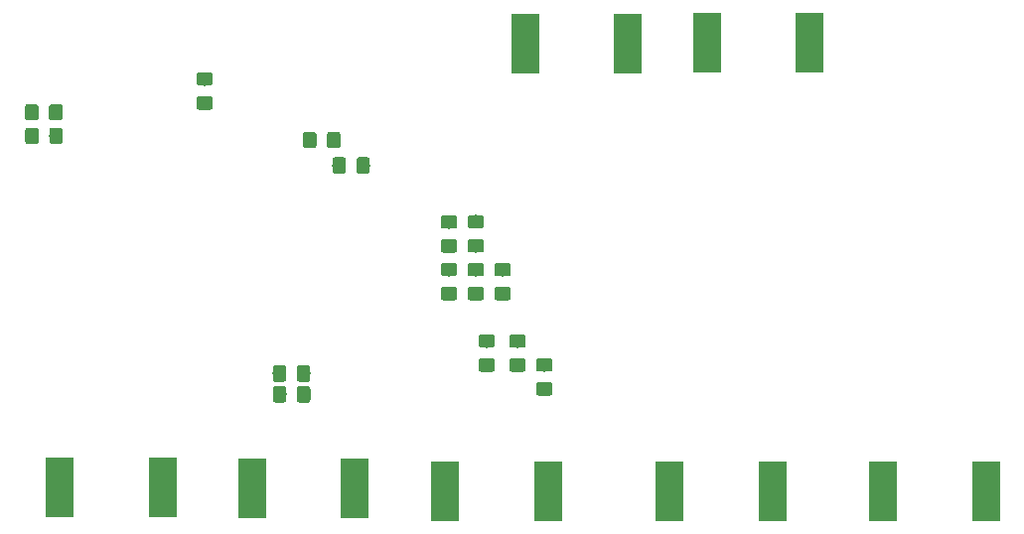
<source format=gbp>
G04 #@! TF.GenerationSoftware,KiCad,Pcbnew,(5.0.2)-1*
G04 #@! TF.CreationDate,2019-06-06T20:52:43-07:00*
G04 #@! TF.ProjectId,Complete PLL Board Rev5,436f6d70-6c65-4746-9520-504c4c20426f,rev?*
G04 #@! TF.SameCoordinates,Original*
G04 #@! TF.FileFunction,Paste,Bot*
G04 #@! TF.FilePolarity,Positive*
%FSLAX46Y46*%
G04 Gerber Fmt 4.6, Leading zero omitted, Abs format (unit mm)*
G04 Created by KiCad (PCBNEW (5.0.2)-1) date 6/6/2019 8:52:43 PM*
%MOMM*%
%LPD*%
G01*
G04 APERTURE LIST*
%ADD10R,2.420000X5.080000*%
%ADD11C,0.100000*%
%ADD12C,1.150000*%
G04 APERTURE END LIST*
D10*
G04 #@! TO.C,VCO_Out*
X101715800Y-118999000D03*
X110475800Y-118999000D03*
G04 #@! TD*
G04 #@! TO.C,VCO_Test*
X126858800Y-119126000D03*
X118098800Y-119126000D03*
G04 #@! TD*
G04 #@! TO.C,Ref_Osc*
X134558000Y-119380000D03*
X143318000Y-119380000D03*
G04 #@! TD*
G04 #@! TO.C,Test_CPo*
X141365200Y-81153000D03*
X150125200Y-81153000D03*
G04 #@! TD*
D11*
G04 #@! TO.C,C28*
G36*
X122837305Y-110400804D02*
X122861573Y-110404404D01*
X122885372Y-110410365D01*
X122908471Y-110418630D01*
X122930650Y-110429120D01*
X122951693Y-110441732D01*
X122971399Y-110456347D01*
X122989577Y-110472823D01*
X123006053Y-110491001D01*
X123020668Y-110510707D01*
X123033280Y-110531750D01*
X123043770Y-110553929D01*
X123052035Y-110577028D01*
X123057996Y-110600827D01*
X123061596Y-110625095D01*
X123062800Y-110649599D01*
X123062800Y-111549601D01*
X123061596Y-111574105D01*
X123057996Y-111598373D01*
X123052035Y-111622172D01*
X123043770Y-111645271D01*
X123033280Y-111667450D01*
X123020668Y-111688493D01*
X123006053Y-111708199D01*
X122989577Y-111726377D01*
X122971399Y-111742853D01*
X122951693Y-111757468D01*
X122930650Y-111770080D01*
X122908471Y-111780570D01*
X122885372Y-111788835D01*
X122861573Y-111794796D01*
X122837305Y-111798396D01*
X122812801Y-111799600D01*
X122162799Y-111799600D01*
X122138295Y-111798396D01*
X122114027Y-111794796D01*
X122090228Y-111788835D01*
X122067129Y-111780570D01*
X122044950Y-111770080D01*
X122023907Y-111757468D01*
X122004201Y-111742853D01*
X121986023Y-111726377D01*
X121969547Y-111708199D01*
X121954932Y-111688493D01*
X121942320Y-111667450D01*
X121931830Y-111645271D01*
X121923565Y-111622172D01*
X121917604Y-111598373D01*
X121914004Y-111574105D01*
X121912800Y-111549601D01*
X121912800Y-110649599D01*
X121914004Y-110625095D01*
X121917604Y-110600827D01*
X121923565Y-110577028D01*
X121931830Y-110553929D01*
X121942320Y-110531750D01*
X121954932Y-110510707D01*
X121969547Y-110491001D01*
X121986023Y-110472823D01*
X122004201Y-110456347D01*
X122023907Y-110441732D01*
X122044950Y-110429120D01*
X122067129Y-110418630D01*
X122090228Y-110410365D01*
X122114027Y-110404404D01*
X122138295Y-110400804D01*
X122162799Y-110399600D01*
X122812801Y-110399600D01*
X122837305Y-110400804D01*
X122837305Y-110400804D01*
G37*
D12*
X122487800Y-111099600D03*
D11*
G36*
X120787305Y-110400804D02*
X120811573Y-110404404D01*
X120835372Y-110410365D01*
X120858471Y-110418630D01*
X120880650Y-110429120D01*
X120901693Y-110441732D01*
X120921399Y-110456347D01*
X120939577Y-110472823D01*
X120956053Y-110491001D01*
X120970668Y-110510707D01*
X120983280Y-110531750D01*
X120993770Y-110553929D01*
X121002035Y-110577028D01*
X121007996Y-110600827D01*
X121011596Y-110625095D01*
X121012800Y-110649599D01*
X121012800Y-111549601D01*
X121011596Y-111574105D01*
X121007996Y-111598373D01*
X121002035Y-111622172D01*
X120993770Y-111645271D01*
X120983280Y-111667450D01*
X120970668Y-111688493D01*
X120956053Y-111708199D01*
X120939577Y-111726377D01*
X120921399Y-111742853D01*
X120901693Y-111757468D01*
X120880650Y-111770080D01*
X120858471Y-111780570D01*
X120835372Y-111788835D01*
X120811573Y-111794796D01*
X120787305Y-111798396D01*
X120762801Y-111799600D01*
X120112799Y-111799600D01*
X120088295Y-111798396D01*
X120064027Y-111794796D01*
X120040228Y-111788835D01*
X120017129Y-111780570D01*
X119994950Y-111770080D01*
X119973907Y-111757468D01*
X119954201Y-111742853D01*
X119936023Y-111726377D01*
X119919547Y-111708199D01*
X119904932Y-111688493D01*
X119892320Y-111667450D01*
X119881830Y-111645271D01*
X119873565Y-111622172D01*
X119867604Y-111598373D01*
X119864004Y-111574105D01*
X119862800Y-111549601D01*
X119862800Y-110649599D01*
X119864004Y-110625095D01*
X119867604Y-110600827D01*
X119873565Y-110577028D01*
X119881830Y-110553929D01*
X119892320Y-110531750D01*
X119904932Y-110510707D01*
X119919547Y-110491001D01*
X119936023Y-110472823D01*
X119954201Y-110456347D01*
X119973907Y-110441732D01*
X119994950Y-110429120D01*
X120017129Y-110418630D01*
X120040228Y-110410365D01*
X120064027Y-110404404D01*
X120088295Y-110400804D01*
X120112799Y-110399600D01*
X120762801Y-110399600D01*
X120787305Y-110400804D01*
X120787305Y-110400804D01*
G37*
D12*
X120437800Y-111099600D03*
G04 #@! TD*
D11*
G04 #@! TO.C,C29*
G36*
X120778305Y-108622804D02*
X120802573Y-108626404D01*
X120826372Y-108632365D01*
X120849471Y-108640630D01*
X120871650Y-108651120D01*
X120892693Y-108663732D01*
X120912399Y-108678347D01*
X120930577Y-108694823D01*
X120947053Y-108713001D01*
X120961668Y-108732707D01*
X120974280Y-108753750D01*
X120984770Y-108775929D01*
X120993035Y-108799028D01*
X120998996Y-108822827D01*
X121002596Y-108847095D01*
X121003800Y-108871599D01*
X121003800Y-109771601D01*
X121002596Y-109796105D01*
X120998996Y-109820373D01*
X120993035Y-109844172D01*
X120984770Y-109867271D01*
X120974280Y-109889450D01*
X120961668Y-109910493D01*
X120947053Y-109930199D01*
X120930577Y-109948377D01*
X120912399Y-109964853D01*
X120892693Y-109979468D01*
X120871650Y-109992080D01*
X120849471Y-110002570D01*
X120826372Y-110010835D01*
X120802573Y-110016796D01*
X120778305Y-110020396D01*
X120753801Y-110021600D01*
X120103799Y-110021600D01*
X120079295Y-110020396D01*
X120055027Y-110016796D01*
X120031228Y-110010835D01*
X120008129Y-110002570D01*
X119985950Y-109992080D01*
X119964907Y-109979468D01*
X119945201Y-109964853D01*
X119927023Y-109948377D01*
X119910547Y-109930199D01*
X119895932Y-109910493D01*
X119883320Y-109889450D01*
X119872830Y-109867271D01*
X119864565Y-109844172D01*
X119858604Y-109820373D01*
X119855004Y-109796105D01*
X119853800Y-109771601D01*
X119853800Y-108871599D01*
X119855004Y-108847095D01*
X119858604Y-108822827D01*
X119864565Y-108799028D01*
X119872830Y-108775929D01*
X119883320Y-108753750D01*
X119895932Y-108732707D01*
X119910547Y-108713001D01*
X119927023Y-108694823D01*
X119945201Y-108678347D01*
X119964907Y-108663732D01*
X119985950Y-108651120D01*
X120008129Y-108640630D01*
X120031228Y-108632365D01*
X120055027Y-108626404D01*
X120079295Y-108622804D01*
X120103799Y-108621600D01*
X120753801Y-108621600D01*
X120778305Y-108622804D01*
X120778305Y-108622804D01*
G37*
D12*
X120428800Y-109321600D03*
D11*
G36*
X122828305Y-108622804D02*
X122852573Y-108626404D01*
X122876372Y-108632365D01*
X122899471Y-108640630D01*
X122921650Y-108651120D01*
X122942693Y-108663732D01*
X122962399Y-108678347D01*
X122980577Y-108694823D01*
X122997053Y-108713001D01*
X123011668Y-108732707D01*
X123024280Y-108753750D01*
X123034770Y-108775929D01*
X123043035Y-108799028D01*
X123048996Y-108822827D01*
X123052596Y-108847095D01*
X123053800Y-108871599D01*
X123053800Y-109771601D01*
X123052596Y-109796105D01*
X123048996Y-109820373D01*
X123043035Y-109844172D01*
X123034770Y-109867271D01*
X123024280Y-109889450D01*
X123011668Y-109910493D01*
X122997053Y-109930199D01*
X122980577Y-109948377D01*
X122962399Y-109964853D01*
X122942693Y-109979468D01*
X122921650Y-109992080D01*
X122899471Y-110002570D01*
X122876372Y-110010835D01*
X122852573Y-110016796D01*
X122828305Y-110020396D01*
X122803801Y-110021600D01*
X122153799Y-110021600D01*
X122129295Y-110020396D01*
X122105027Y-110016796D01*
X122081228Y-110010835D01*
X122058129Y-110002570D01*
X122035950Y-109992080D01*
X122014907Y-109979468D01*
X121995201Y-109964853D01*
X121977023Y-109948377D01*
X121960547Y-109930199D01*
X121945932Y-109910493D01*
X121933320Y-109889450D01*
X121922830Y-109867271D01*
X121914565Y-109844172D01*
X121908604Y-109820373D01*
X121905004Y-109796105D01*
X121903800Y-109771601D01*
X121903800Y-108871599D01*
X121905004Y-108847095D01*
X121908604Y-108822827D01*
X121914565Y-108799028D01*
X121922830Y-108775929D01*
X121933320Y-108753750D01*
X121945932Y-108732707D01*
X121960547Y-108713001D01*
X121977023Y-108694823D01*
X121995201Y-108678347D01*
X122014907Y-108663732D01*
X122035950Y-108651120D01*
X122058129Y-108640630D01*
X122081228Y-108632365D01*
X122105027Y-108626404D01*
X122129295Y-108622804D01*
X122153799Y-108621600D01*
X122803801Y-108621600D01*
X122828305Y-108622804D01*
X122828305Y-108622804D01*
G37*
D12*
X122478800Y-109321600D03*
G04 #@! TD*
D11*
G04 #@! TO.C,C26*
G36*
X123349005Y-88696504D02*
X123373273Y-88700104D01*
X123397072Y-88706065D01*
X123420171Y-88714330D01*
X123442350Y-88724820D01*
X123463393Y-88737432D01*
X123483099Y-88752047D01*
X123501277Y-88768523D01*
X123517753Y-88786701D01*
X123532368Y-88806407D01*
X123544980Y-88827450D01*
X123555470Y-88849629D01*
X123563735Y-88872728D01*
X123569696Y-88896527D01*
X123573296Y-88920795D01*
X123574500Y-88945299D01*
X123574500Y-89845301D01*
X123573296Y-89869805D01*
X123569696Y-89894073D01*
X123563735Y-89917872D01*
X123555470Y-89940971D01*
X123544980Y-89963150D01*
X123532368Y-89984193D01*
X123517753Y-90003899D01*
X123501277Y-90022077D01*
X123483099Y-90038553D01*
X123463393Y-90053168D01*
X123442350Y-90065780D01*
X123420171Y-90076270D01*
X123397072Y-90084535D01*
X123373273Y-90090496D01*
X123349005Y-90094096D01*
X123324501Y-90095300D01*
X122674499Y-90095300D01*
X122649995Y-90094096D01*
X122625727Y-90090496D01*
X122601928Y-90084535D01*
X122578829Y-90076270D01*
X122556650Y-90065780D01*
X122535607Y-90053168D01*
X122515901Y-90038553D01*
X122497723Y-90022077D01*
X122481247Y-90003899D01*
X122466632Y-89984193D01*
X122454020Y-89963150D01*
X122443530Y-89940971D01*
X122435265Y-89917872D01*
X122429304Y-89894073D01*
X122425704Y-89869805D01*
X122424500Y-89845301D01*
X122424500Y-88945299D01*
X122425704Y-88920795D01*
X122429304Y-88896527D01*
X122435265Y-88872728D01*
X122443530Y-88849629D01*
X122454020Y-88827450D01*
X122466632Y-88806407D01*
X122481247Y-88786701D01*
X122497723Y-88768523D01*
X122515901Y-88752047D01*
X122535607Y-88737432D01*
X122556650Y-88724820D01*
X122578829Y-88714330D01*
X122601928Y-88706065D01*
X122625727Y-88700104D01*
X122649995Y-88696504D01*
X122674499Y-88695300D01*
X123324501Y-88695300D01*
X123349005Y-88696504D01*
X123349005Y-88696504D01*
G37*
D12*
X122999500Y-89395300D03*
D11*
G36*
X125399005Y-88696504D02*
X125423273Y-88700104D01*
X125447072Y-88706065D01*
X125470171Y-88714330D01*
X125492350Y-88724820D01*
X125513393Y-88737432D01*
X125533099Y-88752047D01*
X125551277Y-88768523D01*
X125567753Y-88786701D01*
X125582368Y-88806407D01*
X125594980Y-88827450D01*
X125605470Y-88849629D01*
X125613735Y-88872728D01*
X125619696Y-88896527D01*
X125623296Y-88920795D01*
X125624500Y-88945299D01*
X125624500Y-89845301D01*
X125623296Y-89869805D01*
X125619696Y-89894073D01*
X125613735Y-89917872D01*
X125605470Y-89940971D01*
X125594980Y-89963150D01*
X125582368Y-89984193D01*
X125567753Y-90003899D01*
X125551277Y-90022077D01*
X125533099Y-90038553D01*
X125513393Y-90053168D01*
X125492350Y-90065780D01*
X125470171Y-90076270D01*
X125447072Y-90084535D01*
X125423273Y-90090496D01*
X125399005Y-90094096D01*
X125374501Y-90095300D01*
X124724499Y-90095300D01*
X124699995Y-90094096D01*
X124675727Y-90090496D01*
X124651928Y-90084535D01*
X124628829Y-90076270D01*
X124606650Y-90065780D01*
X124585607Y-90053168D01*
X124565901Y-90038553D01*
X124547723Y-90022077D01*
X124531247Y-90003899D01*
X124516632Y-89984193D01*
X124504020Y-89963150D01*
X124493530Y-89940971D01*
X124485265Y-89917872D01*
X124479304Y-89894073D01*
X124475704Y-89869805D01*
X124474500Y-89845301D01*
X124474500Y-88945299D01*
X124475704Y-88920795D01*
X124479304Y-88896527D01*
X124485265Y-88872728D01*
X124493530Y-88849629D01*
X124504020Y-88827450D01*
X124516632Y-88806407D01*
X124531247Y-88786701D01*
X124547723Y-88768523D01*
X124565901Y-88752047D01*
X124585607Y-88737432D01*
X124606650Y-88724820D01*
X124628829Y-88714330D01*
X124651928Y-88706065D01*
X124675727Y-88700104D01*
X124699995Y-88696504D01*
X124724499Y-88695300D01*
X125374501Y-88695300D01*
X125399005Y-88696504D01*
X125399005Y-88696504D01*
G37*
D12*
X125049500Y-89395300D03*
G04 #@! TD*
D11*
G04 #@! TO.C,C25*
G36*
X99658205Y-86334304D02*
X99682473Y-86337904D01*
X99706272Y-86343865D01*
X99729371Y-86352130D01*
X99751550Y-86362620D01*
X99772593Y-86375232D01*
X99792299Y-86389847D01*
X99810477Y-86406323D01*
X99826953Y-86424501D01*
X99841568Y-86444207D01*
X99854180Y-86465250D01*
X99864670Y-86487429D01*
X99872935Y-86510528D01*
X99878896Y-86534327D01*
X99882496Y-86558595D01*
X99883700Y-86583099D01*
X99883700Y-87483101D01*
X99882496Y-87507605D01*
X99878896Y-87531873D01*
X99872935Y-87555672D01*
X99864670Y-87578771D01*
X99854180Y-87600950D01*
X99841568Y-87621993D01*
X99826953Y-87641699D01*
X99810477Y-87659877D01*
X99792299Y-87676353D01*
X99772593Y-87690968D01*
X99751550Y-87703580D01*
X99729371Y-87714070D01*
X99706272Y-87722335D01*
X99682473Y-87728296D01*
X99658205Y-87731896D01*
X99633701Y-87733100D01*
X98983699Y-87733100D01*
X98959195Y-87731896D01*
X98934927Y-87728296D01*
X98911128Y-87722335D01*
X98888029Y-87714070D01*
X98865850Y-87703580D01*
X98844807Y-87690968D01*
X98825101Y-87676353D01*
X98806923Y-87659877D01*
X98790447Y-87641699D01*
X98775832Y-87621993D01*
X98763220Y-87600950D01*
X98752730Y-87578771D01*
X98744465Y-87555672D01*
X98738504Y-87531873D01*
X98734904Y-87507605D01*
X98733700Y-87483101D01*
X98733700Y-86583099D01*
X98734904Y-86558595D01*
X98738504Y-86534327D01*
X98744465Y-86510528D01*
X98752730Y-86487429D01*
X98763220Y-86465250D01*
X98775832Y-86444207D01*
X98790447Y-86424501D01*
X98806923Y-86406323D01*
X98825101Y-86389847D01*
X98844807Y-86375232D01*
X98865850Y-86362620D01*
X98888029Y-86352130D01*
X98911128Y-86343865D01*
X98934927Y-86337904D01*
X98959195Y-86334304D01*
X98983699Y-86333100D01*
X99633701Y-86333100D01*
X99658205Y-86334304D01*
X99658205Y-86334304D01*
G37*
D12*
X99308700Y-87033100D03*
D11*
G36*
X101708205Y-86334304D02*
X101732473Y-86337904D01*
X101756272Y-86343865D01*
X101779371Y-86352130D01*
X101801550Y-86362620D01*
X101822593Y-86375232D01*
X101842299Y-86389847D01*
X101860477Y-86406323D01*
X101876953Y-86424501D01*
X101891568Y-86444207D01*
X101904180Y-86465250D01*
X101914670Y-86487429D01*
X101922935Y-86510528D01*
X101928896Y-86534327D01*
X101932496Y-86558595D01*
X101933700Y-86583099D01*
X101933700Y-87483101D01*
X101932496Y-87507605D01*
X101928896Y-87531873D01*
X101922935Y-87555672D01*
X101914670Y-87578771D01*
X101904180Y-87600950D01*
X101891568Y-87621993D01*
X101876953Y-87641699D01*
X101860477Y-87659877D01*
X101842299Y-87676353D01*
X101822593Y-87690968D01*
X101801550Y-87703580D01*
X101779371Y-87714070D01*
X101756272Y-87722335D01*
X101732473Y-87728296D01*
X101708205Y-87731896D01*
X101683701Y-87733100D01*
X101033699Y-87733100D01*
X101009195Y-87731896D01*
X100984927Y-87728296D01*
X100961128Y-87722335D01*
X100938029Y-87714070D01*
X100915850Y-87703580D01*
X100894807Y-87690968D01*
X100875101Y-87676353D01*
X100856923Y-87659877D01*
X100840447Y-87641699D01*
X100825832Y-87621993D01*
X100813220Y-87600950D01*
X100802730Y-87578771D01*
X100794465Y-87555672D01*
X100788504Y-87531873D01*
X100784904Y-87507605D01*
X100783700Y-87483101D01*
X100783700Y-86583099D01*
X100784904Y-86558595D01*
X100788504Y-86534327D01*
X100794465Y-86510528D01*
X100802730Y-86487429D01*
X100813220Y-86465250D01*
X100825832Y-86444207D01*
X100840447Y-86424501D01*
X100856923Y-86406323D01*
X100875101Y-86389847D01*
X100894807Y-86375232D01*
X100915850Y-86362620D01*
X100938029Y-86352130D01*
X100961128Y-86343865D01*
X100984927Y-86337904D01*
X101009195Y-86334304D01*
X101033699Y-86333100D01*
X101683701Y-86333100D01*
X101708205Y-86334304D01*
X101708205Y-86334304D01*
G37*
D12*
X101358700Y-87033100D03*
G04 #@! TD*
D11*
G04 #@! TO.C,C24*
G36*
X135348505Y-95819204D02*
X135372773Y-95822804D01*
X135396572Y-95828765D01*
X135419671Y-95837030D01*
X135441850Y-95847520D01*
X135462893Y-95860132D01*
X135482599Y-95874747D01*
X135500777Y-95891223D01*
X135517253Y-95909401D01*
X135531868Y-95929107D01*
X135544480Y-95950150D01*
X135554970Y-95972329D01*
X135563235Y-95995428D01*
X135569196Y-96019227D01*
X135572796Y-96043495D01*
X135574000Y-96067999D01*
X135574000Y-96718001D01*
X135572796Y-96742505D01*
X135569196Y-96766773D01*
X135563235Y-96790572D01*
X135554970Y-96813671D01*
X135544480Y-96835850D01*
X135531868Y-96856893D01*
X135517253Y-96876599D01*
X135500777Y-96894777D01*
X135482599Y-96911253D01*
X135462893Y-96925868D01*
X135441850Y-96938480D01*
X135419671Y-96948970D01*
X135396572Y-96957235D01*
X135372773Y-96963196D01*
X135348505Y-96966796D01*
X135324001Y-96968000D01*
X134423999Y-96968000D01*
X134399495Y-96966796D01*
X134375227Y-96963196D01*
X134351428Y-96957235D01*
X134328329Y-96948970D01*
X134306150Y-96938480D01*
X134285107Y-96925868D01*
X134265401Y-96911253D01*
X134247223Y-96894777D01*
X134230747Y-96876599D01*
X134216132Y-96856893D01*
X134203520Y-96835850D01*
X134193030Y-96813671D01*
X134184765Y-96790572D01*
X134178804Y-96766773D01*
X134175204Y-96742505D01*
X134174000Y-96718001D01*
X134174000Y-96067999D01*
X134175204Y-96043495D01*
X134178804Y-96019227D01*
X134184765Y-95995428D01*
X134193030Y-95972329D01*
X134203520Y-95950150D01*
X134216132Y-95929107D01*
X134230747Y-95909401D01*
X134247223Y-95891223D01*
X134265401Y-95874747D01*
X134285107Y-95860132D01*
X134306150Y-95847520D01*
X134328329Y-95837030D01*
X134351428Y-95828765D01*
X134375227Y-95822804D01*
X134399495Y-95819204D01*
X134423999Y-95818000D01*
X135324001Y-95818000D01*
X135348505Y-95819204D01*
X135348505Y-95819204D01*
G37*
D12*
X134874000Y-96393000D03*
D11*
G36*
X135348505Y-97869204D02*
X135372773Y-97872804D01*
X135396572Y-97878765D01*
X135419671Y-97887030D01*
X135441850Y-97897520D01*
X135462893Y-97910132D01*
X135482599Y-97924747D01*
X135500777Y-97941223D01*
X135517253Y-97959401D01*
X135531868Y-97979107D01*
X135544480Y-98000150D01*
X135554970Y-98022329D01*
X135563235Y-98045428D01*
X135569196Y-98069227D01*
X135572796Y-98093495D01*
X135574000Y-98117999D01*
X135574000Y-98768001D01*
X135572796Y-98792505D01*
X135569196Y-98816773D01*
X135563235Y-98840572D01*
X135554970Y-98863671D01*
X135544480Y-98885850D01*
X135531868Y-98906893D01*
X135517253Y-98926599D01*
X135500777Y-98944777D01*
X135482599Y-98961253D01*
X135462893Y-98975868D01*
X135441850Y-98988480D01*
X135419671Y-98998970D01*
X135396572Y-99007235D01*
X135372773Y-99013196D01*
X135348505Y-99016796D01*
X135324001Y-99018000D01*
X134423999Y-99018000D01*
X134399495Y-99016796D01*
X134375227Y-99013196D01*
X134351428Y-99007235D01*
X134328329Y-98998970D01*
X134306150Y-98988480D01*
X134285107Y-98975868D01*
X134265401Y-98961253D01*
X134247223Y-98944777D01*
X134230747Y-98926599D01*
X134216132Y-98906893D01*
X134203520Y-98885850D01*
X134193030Y-98863671D01*
X134184765Y-98840572D01*
X134178804Y-98816773D01*
X134175204Y-98792505D01*
X134174000Y-98768001D01*
X134174000Y-98117999D01*
X134175204Y-98093495D01*
X134178804Y-98069227D01*
X134184765Y-98045428D01*
X134193030Y-98022329D01*
X134203520Y-98000150D01*
X134216132Y-97979107D01*
X134230747Y-97959401D01*
X134247223Y-97941223D01*
X134265401Y-97924747D01*
X134285107Y-97910132D01*
X134306150Y-97897520D01*
X134328329Y-97887030D01*
X134351428Y-97878765D01*
X134375227Y-97872804D01*
X134399495Y-97869204D01*
X134423999Y-97868000D01*
X135324001Y-97868000D01*
X135348505Y-97869204D01*
X135348505Y-97869204D01*
G37*
D12*
X134874000Y-98443000D03*
G04 #@! TD*
D11*
G04 #@! TO.C,C23*
G36*
X137634505Y-97851204D02*
X137658773Y-97854804D01*
X137682572Y-97860765D01*
X137705671Y-97869030D01*
X137727850Y-97879520D01*
X137748893Y-97892132D01*
X137768599Y-97906747D01*
X137786777Y-97923223D01*
X137803253Y-97941401D01*
X137817868Y-97961107D01*
X137830480Y-97982150D01*
X137840970Y-98004329D01*
X137849235Y-98027428D01*
X137855196Y-98051227D01*
X137858796Y-98075495D01*
X137860000Y-98099999D01*
X137860000Y-98750001D01*
X137858796Y-98774505D01*
X137855196Y-98798773D01*
X137849235Y-98822572D01*
X137840970Y-98845671D01*
X137830480Y-98867850D01*
X137817868Y-98888893D01*
X137803253Y-98908599D01*
X137786777Y-98926777D01*
X137768599Y-98943253D01*
X137748893Y-98957868D01*
X137727850Y-98970480D01*
X137705671Y-98980970D01*
X137682572Y-98989235D01*
X137658773Y-98995196D01*
X137634505Y-98998796D01*
X137610001Y-99000000D01*
X136709999Y-99000000D01*
X136685495Y-98998796D01*
X136661227Y-98995196D01*
X136637428Y-98989235D01*
X136614329Y-98980970D01*
X136592150Y-98970480D01*
X136571107Y-98957868D01*
X136551401Y-98943253D01*
X136533223Y-98926777D01*
X136516747Y-98908599D01*
X136502132Y-98888893D01*
X136489520Y-98867850D01*
X136479030Y-98845671D01*
X136470765Y-98822572D01*
X136464804Y-98798773D01*
X136461204Y-98774505D01*
X136460000Y-98750001D01*
X136460000Y-98099999D01*
X136461204Y-98075495D01*
X136464804Y-98051227D01*
X136470765Y-98027428D01*
X136479030Y-98004329D01*
X136489520Y-97982150D01*
X136502132Y-97961107D01*
X136516747Y-97941401D01*
X136533223Y-97923223D01*
X136551401Y-97906747D01*
X136571107Y-97892132D01*
X136592150Y-97879520D01*
X136614329Y-97869030D01*
X136637428Y-97860765D01*
X136661227Y-97854804D01*
X136685495Y-97851204D01*
X136709999Y-97850000D01*
X137610001Y-97850000D01*
X137634505Y-97851204D01*
X137634505Y-97851204D01*
G37*
D12*
X137160000Y-98425000D03*
D11*
G36*
X137634505Y-95801204D02*
X137658773Y-95804804D01*
X137682572Y-95810765D01*
X137705671Y-95819030D01*
X137727850Y-95829520D01*
X137748893Y-95842132D01*
X137768599Y-95856747D01*
X137786777Y-95873223D01*
X137803253Y-95891401D01*
X137817868Y-95911107D01*
X137830480Y-95932150D01*
X137840970Y-95954329D01*
X137849235Y-95977428D01*
X137855196Y-96001227D01*
X137858796Y-96025495D01*
X137860000Y-96049999D01*
X137860000Y-96700001D01*
X137858796Y-96724505D01*
X137855196Y-96748773D01*
X137849235Y-96772572D01*
X137840970Y-96795671D01*
X137830480Y-96817850D01*
X137817868Y-96838893D01*
X137803253Y-96858599D01*
X137786777Y-96876777D01*
X137768599Y-96893253D01*
X137748893Y-96907868D01*
X137727850Y-96920480D01*
X137705671Y-96930970D01*
X137682572Y-96939235D01*
X137658773Y-96945196D01*
X137634505Y-96948796D01*
X137610001Y-96950000D01*
X136709999Y-96950000D01*
X136685495Y-96948796D01*
X136661227Y-96945196D01*
X136637428Y-96939235D01*
X136614329Y-96930970D01*
X136592150Y-96920480D01*
X136571107Y-96907868D01*
X136551401Y-96893253D01*
X136533223Y-96876777D01*
X136516747Y-96858599D01*
X136502132Y-96838893D01*
X136489520Y-96817850D01*
X136479030Y-96795671D01*
X136470765Y-96772572D01*
X136464804Y-96748773D01*
X136461204Y-96724505D01*
X136460000Y-96700001D01*
X136460000Y-96049999D01*
X136461204Y-96025495D01*
X136464804Y-96001227D01*
X136470765Y-95977428D01*
X136479030Y-95954329D01*
X136489520Y-95932150D01*
X136502132Y-95911107D01*
X136516747Y-95891401D01*
X136533223Y-95873223D01*
X136551401Y-95856747D01*
X136571107Y-95842132D01*
X136592150Y-95829520D01*
X136614329Y-95819030D01*
X136637428Y-95810765D01*
X136661227Y-95804804D01*
X136685495Y-95801204D01*
X136709999Y-95800000D01*
X137610001Y-95800000D01*
X137634505Y-95801204D01*
X137634505Y-95801204D01*
G37*
D12*
X137160000Y-96375000D03*
G04 #@! TD*
D11*
G04 #@! TO.C,R7*
G36*
X137634505Y-101933204D02*
X137658773Y-101936804D01*
X137682572Y-101942765D01*
X137705671Y-101951030D01*
X137727850Y-101961520D01*
X137748893Y-101974132D01*
X137768599Y-101988747D01*
X137786777Y-102005223D01*
X137803253Y-102023401D01*
X137817868Y-102043107D01*
X137830480Y-102064150D01*
X137840970Y-102086329D01*
X137849235Y-102109428D01*
X137855196Y-102133227D01*
X137858796Y-102157495D01*
X137860000Y-102181999D01*
X137860000Y-102832001D01*
X137858796Y-102856505D01*
X137855196Y-102880773D01*
X137849235Y-102904572D01*
X137840970Y-102927671D01*
X137830480Y-102949850D01*
X137817868Y-102970893D01*
X137803253Y-102990599D01*
X137786777Y-103008777D01*
X137768599Y-103025253D01*
X137748893Y-103039868D01*
X137727850Y-103052480D01*
X137705671Y-103062970D01*
X137682572Y-103071235D01*
X137658773Y-103077196D01*
X137634505Y-103080796D01*
X137610001Y-103082000D01*
X136709999Y-103082000D01*
X136685495Y-103080796D01*
X136661227Y-103077196D01*
X136637428Y-103071235D01*
X136614329Y-103062970D01*
X136592150Y-103052480D01*
X136571107Y-103039868D01*
X136551401Y-103025253D01*
X136533223Y-103008777D01*
X136516747Y-102990599D01*
X136502132Y-102970893D01*
X136489520Y-102949850D01*
X136479030Y-102927671D01*
X136470765Y-102904572D01*
X136464804Y-102880773D01*
X136461204Y-102856505D01*
X136460000Y-102832001D01*
X136460000Y-102181999D01*
X136461204Y-102157495D01*
X136464804Y-102133227D01*
X136470765Y-102109428D01*
X136479030Y-102086329D01*
X136489520Y-102064150D01*
X136502132Y-102043107D01*
X136516747Y-102023401D01*
X136533223Y-102005223D01*
X136551401Y-101988747D01*
X136571107Y-101974132D01*
X136592150Y-101961520D01*
X136614329Y-101951030D01*
X136637428Y-101942765D01*
X136661227Y-101936804D01*
X136685495Y-101933204D01*
X136709999Y-101932000D01*
X137610001Y-101932000D01*
X137634505Y-101933204D01*
X137634505Y-101933204D01*
G37*
D12*
X137160000Y-102507000D03*
D11*
G36*
X137634505Y-99883204D02*
X137658773Y-99886804D01*
X137682572Y-99892765D01*
X137705671Y-99901030D01*
X137727850Y-99911520D01*
X137748893Y-99924132D01*
X137768599Y-99938747D01*
X137786777Y-99955223D01*
X137803253Y-99973401D01*
X137817868Y-99993107D01*
X137830480Y-100014150D01*
X137840970Y-100036329D01*
X137849235Y-100059428D01*
X137855196Y-100083227D01*
X137858796Y-100107495D01*
X137860000Y-100131999D01*
X137860000Y-100782001D01*
X137858796Y-100806505D01*
X137855196Y-100830773D01*
X137849235Y-100854572D01*
X137840970Y-100877671D01*
X137830480Y-100899850D01*
X137817868Y-100920893D01*
X137803253Y-100940599D01*
X137786777Y-100958777D01*
X137768599Y-100975253D01*
X137748893Y-100989868D01*
X137727850Y-101002480D01*
X137705671Y-101012970D01*
X137682572Y-101021235D01*
X137658773Y-101027196D01*
X137634505Y-101030796D01*
X137610001Y-101032000D01*
X136709999Y-101032000D01*
X136685495Y-101030796D01*
X136661227Y-101027196D01*
X136637428Y-101021235D01*
X136614329Y-101012970D01*
X136592150Y-101002480D01*
X136571107Y-100989868D01*
X136551401Y-100975253D01*
X136533223Y-100958777D01*
X136516747Y-100940599D01*
X136502132Y-100920893D01*
X136489520Y-100899850D01*
X136479030Y-100877671D01*
X136470765Y-100854572D01*
X136464804Y-100830773D01*
X136461204Y-100806505D01*
X136460000Y-100782001D01*
X136460000Y-100131999D01*
X136461204Y-100107495D01*
X136464804Y-100083227D01*
X136470765Y-100059428D01*
X136479030Y-100036329D01*
X136489520Y-100014150D01*
X136502132Y-99993107D01*
X136516747Y-99973401D01*
X136533223Y-99955223D01*
X136551401Y-99938747D01*
X136571107Y-99924132D01*
X136592150Y-99911520D01*
X136614329Y-99901030D01*
X136637428Y-99892765D01*
X136661227Y-99886804D01*
X136685495Y-99883204D01*
X136709999Y-99882000D01*
X137610001Y-99882000D01*
X137634505Y-99883204D01*
X137634505Y-99883204D01*
G37*
D12*
X137160000Y-100457000D03*
G04 #@! TD*
D11*
G04 #@! TO.C,C14*
G36*
X143476505Y-108011204D02*
X143500773Y-108014804D01*
X143524572Y-108020765D01*
X143547671Y-108029030D01*
X143569850Y-108039520D01*
X143590893Y-108052132D01*
X143610599Y-108066747D01*
X143628777Y-108083223D01*
X143645253Y-108101401D01*
X143659868Y-108121107D01*
X143672480Y-108142150D01*
X143682970Y-108164329D01*
X143691235Y-108187428D01*
X143697196Y-108211227D01*
X143700796Y-108235495D01*
X143702000Y-108259999D01*
X143702000Y-108910001D01*
X143700796Y-108934505D01*
X143697196Y-108958773D01*
X143691235Y-108982572D01*
X143682970Y-109005671D01*
X143672480Y-109027850D01*
X143659868Y-109048893D01*
X143645253Y-109068599D01*
X143628777Y-109086777D01*
X143610599Y-109103253D01*
X143590893Y-109117868D01*
X143569850Y-109130480D01*
X143547671Y-109140970D01*
X143524572Y-109149235D01*
X143500773Y-109155196D01*
X143476505Y-109158796D01*
X143452001Y-109160000D01*
X142551999Y-109160000D01*
X142527495Y-109158796D01*
X142503227Y-109155196D01*
X142479428Y-109149235D01*
X142456329Y-109140970D01*
X142434150Y-109130480D01*
X142413107Y-109117868D01*
X142393401Y-109103253D01*
X142375223Y-109086777D01*
X142358747Y-109068599D01*
X142344132Y-109048893D01*
X142331520Y-109027850D01*
X142321030Y-109005671D01*
X142312765Y-108982572D01*
X142306804Y-108958773D01*
X142303204Y-108934505D01*
X142302000Y-108910001D01*
X142302000Y-108259999D01*
X142303204Y-108235495D01*
X142306804Y-108211227D01*
X142312765Y-108187428D01*
X142321030Y-108164329D01*
X142331520Y-108142150D01*
X142344132Y-108121107D01*
X142358747Y-108101401D01*
X142375223Y-108083223D01*
X142393401Y-108066747D01*
X142413107Y-108052132D01*
X142434150Y-108039520D01*
X142456329Y-108029030D01*
X142479428Y-108020765D01*
X142503227Y-108014804D01*
X142527495Y-108011204D01*
X142551999Y-108010000D01*
X143452001Y-108010000D01*
X143476505Y-108011204D01*
X143476505Y-108011204D01*
G37*
D12*
X143002000Y-108585000D03*
D11*
G36*
X143476505Y-110061204D02*
X143500773Y-110064804D01*
X143524572Y-110070765D01*
X143547671Y-110079030D01*
X143569850Y-110089520D01*
X143590893Y-110102132D01*
X143610599Y-110116747D01*
X143628777Y-110133223D01*
X143645253Y-110151401D01*
X143659868Y-110171107D01*
X143672480Y-110192150D01*
X143682970Y-110214329D01*
X143691235Y-110237428D01*
X143697196Y-110261227D01*
X143700796Y-110285495D01*
X143702000Y-110309999D01*
X143702000Y-110960001D01*
X143700796Y-110984505D01*
X143697196Y-111008773D01*
X143691235Y-111032572D01*
X143682970Y-111055671D01*
X143672480Y-111077850D01*
X143659868Y-111098893D01*
X143645253Y-111118599D01*
X143628777Y-111136777D01*
X143610599Y-111153253D01*
X143590893Y-111167868D01*
X143569850Y-111180480D01*
X143547671Y-111190970D01*
X143524572Y-111199235D01*
X143500773Y-111205196D01*
X143476505Y-111208796D01*
X143452001Y-111210000D01*
X142551999Y-111210000D01*
X142527495Y-111208796D01*
X142503227Y-111205196D01*
X142479428Y-111199235D01*
X142456329Y-111190970D01*
X142434150Y-111180480D01*
X142413107Y-111167868D01*
X142393401Y-111153253D01*
X142375223Y-111136777D01*
X142358747Y-111118599D01*
X142344132Y-111098893D01*
X142331520Y-111077850D01*
X142321030Y-111055671D01*
X142312765Y-111032572D01*
X142306804Y-111008773D01*
X142303204Y-110984505D01*
X142302000Y-110960001D01*
X142302000Y-110309999D01*
X142303204Y-110285495D01*
X142306804Y-110261227D01*
X142312765Y-110237428D01*
X142321030Y-110214329D01*
X142331520Y-110192150D01*
X142344132Y-110171107D01*
X142358747Y-110151401D01*
X142375223Y-110133223D01*
X142393401Y-110116747D01*
X142413107Y-110102132D01*
X142434150Y-110089520D01*
X142456329Y-110079030D01*
X142479428Y-110070765D01*
X142503227Y-110064804D01*
X142527495Y-110061204D01*
X142551999Y-110060000D01*
X143452001Y-110060000D01*
X143476505Y-110061204D01*
X143476505Y-110061204D01*
G37*
D12*
X143002000Y-110635000D03*
G04 #@! TD*
D10*
G04 #@! TO.C,FoLD1*
X180656000Y-119329200D03*
X171896000Y-119329200D03*
G04 #@! TD*
G04 #@! TO.C,FL1*
X165644600Y-81058600D03*
X156884600Y-81058600D03*
G04 #@! TD*
G04 #@! TO.C,OSC_OUT*
X153684200Y-119380000D03*
X162444200Y-119380000D03*
G04 #@! TD*
D11*
G04 #@! TO.C,C12*
G36*
X139920505Y-101933204D02*
X139944773Y-101936804D01*
X139968572Y-101942765D01*
X139991671Y-101951030D01*
X140013850Y-101961520D01*
X140034893Y-101974132D01*
X140054599Y-101988747D01*
X140072777Y-102005223D01*
X140089253Y-102023401D01*
X140103868Y-102043107D01*
X140116480Y-102064150D01*
X140126970Y-102086329D01*
X140135235Y-102109428D01*
X140141196Y-102133227D01*
X140144796Y-102157495D01*
X140146000Y-102181999D01*
X140146000Y-102832001D01*
X140144796Y-102856505D01*
X140141196Y-102880773D01*
X140135235Y-102904572D01*
X140126970Y-102927671D01*
X140116480Y-102949850D01*
X140103868Y-102970893D01*
X140089253Y-102990599D01*
X140072777Y-103008777D01*
X140054599Y-103025253D01*
X140034893Y-103039868D01*
X140013850Y-103052480D01*
X139991671Y-103062970D01*
X139968572Y-103071235D01*
X139944773Y-103077196D01*
X139920505Y-103080796D01*
X139896001Y-103082000D01*
X138995999Y-103082000D01*
X138971495Y-103080796D01*
X138947227Y-103077196D01*
X138923428Y-103071235D01*
X138900329Y-103062970D01*
X138878150Y-103052480D01*
X138857107Y-103039868D01*
X138837401Y-103025253D01*
X138819223Y-103008777D01*
X138802747Y-102990599D01*
X138788132Y-102970893D01*
X138775520Y-102949850D01*
X138765030Y-102927671D01*
X138756765Y-102904572D01*
X138750804Y-102880773D01*
X138747204Y-102856505D01*
X138746000Y-102832001D01*
X138746000Y-102181999D01*
X138747204Y-102157495D01*
X138750804Y-102133227D01*
X138756765Y-102109428D01*
X138765030Y-102086329D01*
X138775520Y-102064150D01*
X138788132Y-102043107D01*
X138802747Y-102023401D01*
X138819223Y-102005223D01*
X138837401Y-101988747D01*
X138857107Y-101974132D01*
X138878150Y-101961520D01*
X138900329Y-101951030D01*
X138923428Y-101942765D01*
X138947227Y-101936804D01*
X138971495Y-101933204D01*
X138995999Y-101932000D01*
X139896001Y-101932000D01*
X139920505Y-101933204D01*
X139920505Y-101933204D01*
G37*
D12*
X139446000Y-102507000D03*
D11*
G36*
X139920505Y-99883204D02*
X139944773Y-99886804D01*
X139968572Y-99892765D01*
X139991671Y-99901030D01*
X140013850Y-99911520D01*
X140034893Y-99924132D01*
X140054599Y-99938747D01*
X140072777Y-99955223D01*
X140089253Y-99973401D01*
X140103868Y-99993107D01*
X140116480Y-100014150D01*
X140126970Y-100036329D01*
X140135235Y-100059428D01*
X140141196Y-100083227D01*
X140144796Y-100107495D01*
X140146000Y-100131999D01*
X140146000Y-100782001D01*
X140144796Y-100806505D01*
X140141196Y-100830773D01*
X140135235Y-100854572D01*
X140126970Y-100877671D01*
X140116480Y-100899850D01*
X140103868Y-100920893D01*
X140089253Y-100940599D01*
X140072777Y-100958777D01*
X140054599Y-100975253D01*
X140034893Y-100989868D01*
X140013850Y-101002480D01*
X139991671Y-101012970D01*
X139968572Y-101021235D01*
X139944773Y-101027196D01*
X139920505Y-101030796D01*
X139896001Y-101032000D01*
X138995999Y-101032000D01*
X138971495Y-101030796D01*
X138947227Y-101027196D01*
X138923428Y-101021235D01*
X138900329Y-101012970D01*
X138878150Y-101002480D01*
X138857107Y-100989868D01*
X138837401Y-100975253D01*
X138819223Y-100958777D01*
X138802747Y-100940599D01*
X138788132Y-100920893D01*
X138775520Y-100899850D01*
X138765030Y-100877671D01*
X138756765Y-100854572D01*
X138750804Y-100830773D01*
X138747204Y-100806505D01*
X138746000Y-100782001D01*
X138746000Y-100131999D01*
X138747204Y-100107495D01*
X138750804Y-100083227D01*
X138756765Y-100059428D01*
X138765030Y-100036329D01*
X138775520Y-100014150D01*
X138788132Y-99993107D01*
X138802747Y-99973401D01*
X138819223Y-99955223D01*
X138837401Y-99938747D01*
X138857107Y-99924132D01*
X138878150Y-99911520D01*
X138900329Y-99901030D01*
X138923428Y-99892765D01*
X138947227Y-99886804D01*
X138971495Y-99883204D01*
X138995999Y-99882000D01*
X139896001Y-99882000D01*
X139920505Y-99883204D01*
X139920505Y-99883204D01*
G37*
D12*
X139446000Y-100457000D03*
G04 #@! TD*
D11*
G04 #@! TO.C,C13*
G36*
X138561605Y-108016504D02*
X138585873Y-108020104D01*
X138609672Y-108026065D01*
X138632771Y-108034330D01*
X138654950Y-108044820D01*
X138675993Y-108057432D01*
X138695699Y-108072047D01*
X138713877Y-108088523D01*
X138730353Y-108106701D01*
X138744968Y-108126407D01*
X138757580Y-108147450D01*
X138768070Y-108169629D01*
X138776335Y-108192728D01*
X138782296Y-108216527D01*
X138785896Y-108240795D01*
X138787100Y-108265299D01*
X138787100Y-108915301D01*
X138785896Y-108939805D01*
X138782296Y-108964073D01*
X138776335Y-108987872D01*
X138768070Y-109010971D01*
X138757580Y-109033150D01*
X138744968Y-109054193D01*
X138730353Y-109073899D01*
X138713877Y-109092077D01*
X138695699Y-109108553D01*
X138675993Y-109123168D01*
X138654950Y-109135780D01*
X138632771Y-109146270D01*
X138609672Y-109154535D01*
X138585873Y-109160496D01*
X138561605Y-109164096D01*
X138537101Y-109165300D01*
X137637099Y-109165300D01*
X137612595Y-109164096D01*
X137588327Y-109160496D01*
X137564528Y-109154535D01*
X137541429Y-109146270D01*
X137519250Y-109135780D01*
X137498207Y-109123168D01*
X137478501Y-109108553D01*
X137460323Y-109092077D01*
X137443847Y-109073899D01*
X137429232Y-109054193D01*
X137416620Y-109033150D01*
X137406130Y-109010971D01*
X137397865Y-108987872D01*
X137391904Y-108964073D01*
X137388304Y-108939805D01*
X137387100Y-108915301D01*
X137387100Y-108265299D01*
X137388304Y-108240795D01*
X137391904Y-108216527D01*
X137397865Y-108192728D01*
X137406130Y-108169629D01*
X137416620Y-108147450D01*
X137429232Y-108126407D01*
X137443847Y-108106701D01*
X137460323Y-108088523D01*
X137478501Y-108072047D01*
X137498207Y-108057432D01*
X137519250Y-108044820D01*
X137541429Y-108034330D01*
X137564528Y-108026065D01*
X137588327Y-108020104D01*
X137612595Y-108016504D01*
X137637099Y-108015300D01*
X138537101Y-108015300D01*
X138561605Y-108016504D01*
X138561605Y-108016504D01*
G37*
D12*
X138087100Y-108590300D03*
D11*
G36*
X138561605Y-105966504D02*
X138585873Y-105970104D01*
X138609672Y-105976065D01*
X138632771Y-105984330D01*
X138654950Y-105994820D01*
X138675993Y-106007432D01*
X138695699Y-106022047D01*
X138713877Y-106038523D01*
X138730353Y-106056701D01*
X138744968Y-106076407D01*
X138757580Y-106097450D01*
X138768070Y-106119629D01*
X138776335Y-106142728D01*
X138782296Y-106166527D01*
X138785896Y-106190795D01*
X138787100Y-106215299D01*
X138787100Y-106865301D01*
X138785896Y-106889805D01*
X138782296Y-106914073D01*
X138776335Y-106937872D01*
X138768070Y-106960971D01*
X138757580Y-106983150D01*
X138744968Y-107004193D01*
X138730353Y-107023899D01*
X138713877Y-107042077D01*
X138695699Y-107058553D01*
X138675993Y-107073168D01*
X138654950Y-107085780D01*
X138632771Y-107096270D01*
X138609672Y-107104535D01*
X138585873Y-107110496D01*
X138561605Y-107114096D01*
X138537101Y-107115300D01*
X137637099Y-107115300D01*
X137612595Y-107114096D01*
X137588327Y-107110496D01*
X137564528Y-107104535D01*
X137541429Y-107096270D01*
X137519250Y-107085780D01*
X137498207Y-107073168D01*
X137478501Y-107058553D01*
X137460323Y-107042077D01*
X137443847Y-107023899D01*
X137429232Y-107004193D01*
X137416620Y-106983150D01*
X137406130Y-106960971D01*
X137397865Y-106937872D01*
X137391904Y-106914073D01*
X137388304Y-106889805D01*
X137387100Y-106865301D01*
X137387100Y-106215299D01*
X137388304Y-106190795D01*
X137391904Y-106166527D01*
X137397865Y-106142728D01*
X137406130Y-106119629D01*
X137416620Y-106097450D01*
X137429232Y-106076407D01*
X137443847Y-106056701D01*
X137460323Y-106038523D01*
X137478501Y-106022047D01*
X137498207Y-106007432D01*
X137519250Y-105994820D01*
X137541429Y-105984330D01*
X137564528Y-105976065D01*
X137588327Y-105970104D01*
X137612595Y-105966504D01*
X137637099Y-105965300D01*
X138537101Y-105965300D01*
X138561605Y-105966504D01*
X138561605Y-105966504D01*
G37*
D12*
X138087100Y-106540300D03*
G04 #@! TD*
D11*
G04 #@! TO.C,C18*
G36*
X99676205Y-88340904D02*
X99700473Y-88344504D01*
X99724272Y-88350465D01*
X99747371Y-88358730D01*
X99769550Y-88369220D01*
X99790593Y-88381832D01*
X99810299Y-88396447D01*
X99828477Y-88412923D01*
X99844953Y-88431101D01*
X99859568Y-88450807D01*
X99872180Y-88471850D01*
X99882670Y-88494029D01*
X99890935Y-88517128D01*
X99896896Y-88540927D01*
X99900496Y-88565195D01*
X99901700Y-88589699D01*
X99901700Y-89489701D01*
X99900496Y-89514205D01*
X99896896Y-89538473D01*
X99890935Y-89562272D01*
X99882670Y-89585371D01*
X99872180Y-89607550D01*
X99859568Y-89628593D01*
X99844953Y-89648299D01*
X99828477Y-89666477D01*
X99810299Y-89682953D01*
X99790593Y-89697568D01*
X99769550Y-89710180D01*
X99747371Y-89720670D01*
X99724272Y-89728935D01*
X99700473Y-89734896D01*
X99676205Y-89738496D01*
X99651701Y-89739700D01*
X99001699Y-89739700D01*
X98977195Y-89738496D01*
X98952927Y-89734896D01*
X98929128Y-89728935D01*
X98906029Y-89720670D01*
X98883850Y-89710180D01*
X98862807Y-89697568D01*
X98843101Y-89682953D01*
X98824923Y-89666477D01*
X98808447Y-89648299D01*
X98793832Y-89628593D01*
X98781220Y-89607550D01*
X98770730Y-89585371D01*
X98762465Y-89562272D01*
X98756504Y-89538473D01*
X98752904Y-89514205D01*
X98751700Y-89489701D01*
X98751700Y-88589699D01*
X98752904Y-88565195D01*
X98756504Y-88540927D01*
X98762465Y-88517128D01*
X98770730Y-88494029D01*
X98781220Y-88471850D01*
X98793832Y-88450807D01*
X98808447Y-88431101D01*
X98824923Y-88412923D01*
X98843101Y-88396447D01*
X98862807Y-88381832D01*
X98883850Y-88369220D01*
X98906029Y-88358730D01*
X98929128Y-88350465D01*
X98952927Y-88344504D01*
X98977195Y-88340904D01*
X99001699Y-88339700D01*
X99651701Y-88339700D01*
X99676205Y-88340904D01*
X99676205Y-88340904D01*
G37*
D12*
X99326700Y-89039700D03*
D11*
G36*
X101726205Y-88340904D02*
X101750473Y-88344504D01*
X101774272Y-88350465D01*
X101797371Y-88358730D01*
X101819550Y-88369220D01*
X101840593Y-88381832D01*
X101860299Y-88396447D01*
X101878477Y-88412923D01*
X101894953Y-88431101D01*
X101909568Y-88450807D01*
X101922180Y-88471850D01*
X101932670Y-88494029D01*
X101940935Y-88517128D01*
X101946896Y-88540927D01*
X101950496Y-88565195D01*
X101951700Y-88589699D01*
X101951700Y-89489701D01*
X101950496Y-89514205D01*
X101946896Y-89538473D01*
X101940935Y-89562272D01*
X101932670Y-89585371D01*
X101922180Y-89607550D01*
X101909568Y-89628593D01*
X101894953Y-89648299D01*
X101878477Y-89666477D01*
X101860299Y-89682953D01*
X101840593Y-89697568D01*
X101819550Y-89710180D01*
X101797371Y-89720670D01*
X101774272Y-89728935D01*
X101750473Y-89734896D01*
X101726205Y-89738496D01*
X101701701Y-89739700D01*
X101051699Y-89739700D01*
X101027195Y-89738496D01*
X101002927Y-89734896D01*
X100979128Y-89728935D01*
X100956029Y-89720670D01*
X100933850Y-89710180D01*
X100912807Y-89697568D01*
X100893101Y-89682953D01*
X100874923Y-89666477D01*
X100858447Y-89648299D01*
X100843832Y-89628593D01*
X100831220Y-89607550D01*
X100820730Y-89585371D01*
X100812465Y-89562272D01*
X100806504Y-89538473D01*
X100802904Y-89514205D01*
X100801700Y-89489701D01*
X100801700Y-88589699D01*
X100802904Y-88565195D01*
X100806504Y-88540927D01*
X100812465Y-88517128D01*
X100820730Y-88494029D01*
X100831220Y-88471850D01*
X100843832Y-88450807D01*
X100858447Y-88431101D01*
X100874923Y-88412923D01*
X100893101Y-88396447D01*
X100912807Y-88381832D01*
X100933850Y-88369220D01*
X100956029Y-88358730D01*
X100979128Y-88350465D01*
X101002927Y-88344504D01*
X101027195Y-88340904D01*
X101051699Y-88339700D01*
X101701701Y-88339700D01*
X101726205Y-88340904D01*
X101726205Y-88340904D01*
G37*
D12*
X101376700Y-89039700D03*
G04 #@! TD*
D11*
G04 #@! TO.C,C21*
G36*
X114520505Y-85668204D02*
X114544773Y-85671804D01*
X114568572Y-85677765D01*
X114591671Y-85686030D01*
X114613850Y-85696520D01*
X114634893Y-85709132D01*
X114654599Y-85723747D01*
X114672777Y-85740223D01*
X114689253Y-85758401D01*
X114703868Y-85778107D01*
X114716480Y-85799150D01*
X114726970Y-85821329D01*
X114735235Y-85844428D01*
X114741196Y-85868227D01*
X114744796Y-85892495D01*
X114746000Y-85916999D01*
X114746000Y-86567001D01*
X114744796Y-86591505D01*
X114741196Y-86615773D01*
X114735235Y-86639572D01*
X114726970Y-86662671D01*
X114716480Y-86684850D01*
X114703868Y-86705893D01*
X114689253Y-86725599D01*
X114672777Y-86743777D01*
X114654599Y-86760253D01*
X114634893Y-86774868D01*
X114613850Y-86787480D01*
X114591671Y-86797970D01*
X114568572Y-86806235D01*
X114544773Y-86812196D01*
X114520505Y-86815796D01*
X114496001Y-86817000D01*
X113595999Y-86817000D01*
X113571495Y-86815796D01*
X113547227Y-86812196D01*
X113523428Y-86806235D01*
X113500329Y-86797970D01*
X113478150Y-86787480D01*
X113457107Y-86774868D01*
X113437401Y-86760253D01*
X113419223Y-86743777D01*
X113402747Y-86725599D01*
X113388132Y-86705893D01*
X113375520Y-86684850D01*
X113365030Y-86662671D01*
X113356765Y-86639572D01*
X113350804Y-86615773D01*
X113347204Y-86591505D01*
X113346000Y-86567001D01*
X113346000Y-85916999D01*
X113347204Y-85892495D01*
X113350804Y-85868227D01*
X113356765Y-85844428D01*
X113365030Y-85821329D01*
X113375520Y-85799150D01*
X113388132Y-85778107D01*
X113402747Y-85758401D01*
X113419223Y-85740223D01*
X113437401Y-85723747D01*
X113457107Y-85709132D01*
X113478150Y-85696520D01*
X113500329Y-85686030D01*
X113523428Y-85677765D01*
X113547227Y-85671804D01*
X113571495Y-85668204D01*
X113595999Y-85667000D01*
X114496001Y-85667000D01*
X114520505Y-85668204D01*
X114520505Y-85668204D01*
G37*
D12*
X114046000Y-86242000D03*
D11*
G36*
X114520505Y-83618204D02*
X114544773Y-83621804D01*
X114568572Y-83627765D01*
X114591671Y-83636030D01*
X114613850Y-83646520D01*
X114634893Y-83659132D01*
X114654599Y-83673747D01*
X114672777Y-83690223D01*
X114689253Y-83708401D01*
X114703868Y-83728107D01*
X114716480Y-83749150D01*
X114726970Y-83771329D01*
X114735235Y-83794428D01*
X114741196Y-83818227D01*
X114744796Y-83842495D01*
X114746000Y-83866999D01*
X114746000Y-84517001D01*
X114744796Y-84541505D01*
X114741196Y-84565773D01*
X114735235Y-84589572D01*
X114726970Y-84612671D01*
X114716480Y-84634850D01*
X114703868Y-84655893D01*
X114689253Y-84675599D01*
X114672777Y-84693777D01*
X114654599Y-84710253D01*
X114634893Y-84724868D01*
X114613850Y-84737480D01*
X114591671Y-84747970D01*
X114568572Y-84756235D01*
X114544773Y-84762196D01*
X114520505Y-84765796D01*
X114496001Y-84767000D01*
X113595999Y-84767000D01*
X113571495Y-84765796D01*
X113547227Y-84762196D01*
X113523428Y-84756235D01*
X113500329Y-84747970D01*
X113478150Y-84737480D01*
X113457107Y-84724868D01*
X113437401Y-84710253D01*
X113419223Y-84693777D01*
X113402747Y-84675599D01*
X113388132Y-84655893D01*
X113375520Y-84634850D01*
X113365030Y-84612671D01*
X113356765Y-84589572D01*
X113350804Y-84565773D01*
X113347204Y-84541505D01*
X113346000Y-84517001D01*
X113346000Y-83866999D01*
X113347204Y-83842495D01*
X113350804Y-83818227D01*
X113356765Y-83794428D01*
X113365030Y-83771329D01*
X113375520Y-83749150D01*
X113388132Y-83728107D01*
X113402747Y-83708401D01*
X113419223Y-83690223D01*
X113437401Y-83673747D01*
X113457107Y-83659132D01*
X113478150Y-83646520D01*
X113500329Y-83636030D01*
X113523428Y-83627765D01*
X113547227Y-83621804D01*
X113571495Y-83618204D01*
X113595999Y-83617000D01*
X114496001Y-83617000D01*
X114520505Y-83618204D01*
X114520505Y-83618204D01*
G37*
D12*
X114046000Y-84192000D03*
G04 #@! TD*
D11*
G04 #@! TO.C,C22*
G36*
X127913605Y-90868204D02*
X127937873Y-90871804D01*
X127961672Y-90877765D01*
X127984771Y-90886030D01*
X128006950Y-90896520D01*
X128027993Y-90909132D01*
X128047699Y-90923747D01*
X128065877Y-90940223D01*
X128082353Y-90958401D01*
X128096968Y-90978107D01*
X128109580Y-90999150D01*
X128120070Y-91021329D01*
X128128335Y-91044428D01*
X128134296Y-91068227D01*
X128137896Y-91092495D01*
X128139100Y-91116999D01*
X128139100Y-92017001D01*
X128137896Y-92041505D01*
X128134296Y-92065773D01*
X128128335Y-92089572D01*
X128120070Y-92112671D01*
X128109580Y-92134850D01*
X128096968Y-92155893D01*
X128082353Y-92175599D01*
X128065877Y-92193777D01*
X128047699Y-92210253D01*
X128027993Y-92224868D01*
X128006950Y-92237480D01*
X127984771Y-92247970D01*
X127961672Y-92256235D01*
X127937873Y-92262196D01*
X127913605Y-92265796D01*
X127889101Y-92267000D01*
X127239099Y-92267000D01*
X127214595Y-92265796D01*
X127190327Y-92262196D01*
X127166528Y-92256235D01*
X127143429Y-92247970D01*
X127121250Y-92237480D01*
X127100207Y-92224868D01*
X127080501Y-92210253D01*
X127062323Y-92193777D01*
X127045847Y-92175599D01*
X127031232Y-92155893D01*
X127018620Y-92134850D01*
X127008130Y-92112671D01*
X126999865Y-92089572D01*
X126993904Y-92065773D01*
X126990304Y-92041505D01*
X126989100Y-92017001D01*
X126989100Y-91116999D01*
X126990304Y-91092495D01*
X126993904Y-91068227D01*
X126999865Y-91044428D01*
X127008130Y-91021329D01*
X127018620Y-90999150D01*
X127031232Y-90978107D01*
X127045847Y-90958401D01*
X127062323Y-90940223D01*
X127080501Y-90923747D01*
X127100207Y-90909132D01*
X127121250Y-90896520D01*
X127143429Y-90886030D01*
X127166528Y-90877765D01*
X127190327Y-90871804D01*
X127214595Y-90868204D01*
X127239099Y-90867000D01*
X127889101Y-90867000D01*
X127913605Y-90868204D01*
X127913605Y-90868204D01*
G37*
D12*
X127564100Y-91567000D03*
D11*
G36*
X125863605Y-90868204D02*
X125887873Y-90871804D01*
X125911672Y-90877765D01*
X125934771Y-90886030D01*
X125956950Y-90896520D01*
X125977993Y-90909132D01*
X125997699Y-90923747D01*
X126015877Y-90940223D01*
X126032353Y-90958401D01*
X126046968Y-90978107D01*
X126059580Y-90999150D01*
X126070070Y-91021329D01*
X126078335Y-91044428D01*
X126084296Y-91068227D01*
X126087896Y-91092495D01*
X126089100Y-91116999D01*
X126089100Y-92017001D01*
X126087896Y-92041505D01*
X126084296Y-92065773D01*
X126078335Y-92089572D01*
X126070070Y-92112671D01*
X126059580Y-92134850D01*
X126046968Y-92155893D01*
X126032353Y-92175599D01*
X126015877Y-92193777D01*
X125997699Y-92210253D01*
X125977993Y-92224868D01*
X125956950Y-92237480D01*
X125934771Y-92247970D01*
X125911672Y-92256235D01*
X125887873Y-92262196D01*
X125863605Y-92265796D01*
X125839101Y-92267000D01*
X125189099Y-92267000D01*
X125164595Y-92265796D01*
X125140327Y-92262196D01*
X125116528Y-92256235D01*
X125093429Y-92247970D01*
X125071250Y-92237480D01*
X125050207Y-92224868D01*
X125030501Y-92210253D01*
X125012323Y-92193777D01*
X124995847Y-92175599D01*
X124981232Y-92155893D01*
X124968620Y-92134850D01*
X124958130Y-92112671D01*
X124949865Y-92089572D01*
X124943904Y-92065773D01*
X124940304Y-92041505D01*
X124939100Y-92017001D01*
X124939100Y-91116999D01*
X124940304Y-91092495D01*
X124943904Y-91068227D01*
X124949865Y-91044428D01*
X124958130Y-91021329D01*
X124968620Y-90999150D01*
X124981232Y-90978107D01*
X124995847Y-90958401D01*
X125012323Y-90940223D01*
X125030501Y-90923747D01*
X125050207Y-90909132D01*
X125071250Y-90896520D01*
X125093429Y-90886030D01*
X125116528Y-90877765D01*
X125140327Y-90871804D01*
X125164595Y-90868204D01*
X125189099Y-90867000D01*
X125839101Y-90867000D01*
X125863605Y-90868204D01*
X125863605Y-90868204D01*
G37*
D12*
X125514100Y-91567000D03*
G04 #@! TD*
D11*
G04 #@! TO.C,R5*
G36*
X141190505Y-105979204D02*
X141214773Y-105982804D01*
X141238572Y-105988765D01*
X141261671Y-105997030D01*
X141283850Y-106007520D01*
X141304893Y-106020132D01*
X141324599Y-106034747D01*
X141342777Y-106051223D01*
X141359253Y-106069401D01*
X141373868Y-106089107D01*
X141386480Y-106110150D01*
X141396970Y-106132329D01*
X141405235Y-106155428D01*
X141411196Y-106179227D01*
X141414796Y-106203495D01*
X141416000Y-106227999D01*
X141416000Y-106878001D01*
X141414796Y-106902505D01*
X141411196Y-106926773D01*
X141405235Y-106950572D01*
X141396970Y-106973671D01*
X141386480Y-106995850D01*
X141373868Y-107016893D01*
X141359253Y-107036599D01*
X141342777Y-107054777D01*
X141324599Y-107071253D01*
X141304893Y-107085868D01*
X141283850Y-107098480D01*
X141261671Y-107108970D01*
X141238572Y-107117235D01*
X141214773Y-107123196D01*
X141190505Y-107126796D01*
X141166001Y-107128000D01*
X140265999Y-107128000D01*
X140241495Y-107126796D01*
X140217227Y-107123196D01*
X140193428Y-107117235D01*
X140170329Y-107108970D01*
X140148150Y-107098480D01*
X140127107Y-107085868D01*
X140107401Y-107071253D01*
X140089223Y-107054777D01*
X140072747Y-107036599D01*
X140058132Y-107016893D01*
X140045520Y-106995850D01*
X140035030Y-106973671D01*
X140026765Y-106950572D01*
X140020804Y-106926773D01*
X140017204Y-106902505D01*
X140016000Y-106878001D01*
X140016000Y-106227999D01*
X140017204Y-106203495D01*
X140020804Y-106179227D01*
X140026765Y-106155428D01*
X140035030Y-106132329D01*
X140045520Y-106110150D01*
X140058132Y-106089107D01*
X140072747Y-106069401D01*
X140089223Y-106051223D01*
X140107401Y-106034747D01*
X140127107Y-106020132D01*
X140148150Y-106007520D01*
X140170329Y-105997030D01*
X140193428Y-105988765D01*
X140217227Y-105982804D01*
X140241495Y-105979204D01*
X140265999Y-105978000D01*
X141166001Y-105978000D01*
X141190505Y-105979204D01*
X141190505Y-105979204D01*
G37*
D12*
X140716000Y-106553000D03*
D11*
G36*
X141190505Y-108029204D02*
X141214773Y-108032804D01*
X141238572Y-108038765D01*
X141261671Y-108047030D01*
X141283850Y-108057520D01*
X141304893Y-108070132D01*
X141324599Y-108084747D01*
X141342777Y-108101223D01*
X141359253Y-108119401D01*
X141373868Y-108139107D01*
X141386480Y-108160150D01*
X141396970Y-108182329D01*
X141405235Y-108205428D01*
X141411196Y-108229227D01*
X141414796Y-108253495D01*
X141416000Y-108277999D01*
X141416000Y-108928001D01*
X141414796Y-108952505D01*
X141411196Y-108976773D01*
X141405235Y-109000572D01*
X141396970Y-109023671D01*
X141386480Y-109045850D01*
X141373868Y-109066893D01*
X141359253Y-109086599D01*
X141342777Y-109104777D01*
X141324599Y-109121253D01*
X141304893Y-109135868D01*
X141283850Y-109148480D01*
X141261671Y-109158970D01*
X141238572Y-109167235D01*
X141214773Y-109173196D01*
X141190505Y-109176796D01*
X141166001Y-109178000D01*
X140265999Y-109178000D01*
X140241495Y-109176796D01*
X140217227Y-109173196D01*
X140193428Y-109167235D01*
X140170329Y-109158970D01*
X140148150Y-109148480D01*
X140127107Y-109135868D01*
X140107401Y-109121253D01*
X140089223Y-109104777D01*
X140072747Y-109086599D01*
X140058132Y-109066893D01*
X140045520Y-109045850D01*
X140035030Y-109023671D01*
X140026765Y-109000572D01*
X140020804Y-108976773D01*
X140017204Y-108952505D01*
X140016000Y-108928001D01*
X140016000Y-108277999D01*
X140017204Y-108253495D01*
X140020804Y-108229227D01*
X140026765Y-108205428D01*
X140035030Y-108182329D01*
X140045520Y-108160150D01*
X140058132Y-108139107D01*
X140072747Y-108119401D01*
X140089223Y-108101223D01*
X140107401Y-108084747D01*
X140127107Y-108070132D01*
X140148150Y-108057520D01*
X140170329Y-108047030D01*
X140193428Y-108038765D01*
X140217227Y-108032804D01*
X140241495Y-108029204D01*
X140265999Y-108028000D01*
X141166001Y-108028000D01*
X141190505Y-108029204D01*
X141190505Y-108029204D01*
G37*
D12*
X140716000Y-108603000D03*
G04 #@! TD*
D11*
G04 #@! TO.C,R6*
G36*
X135348505Y-101924204D02*
X135372773Y-101927804D01*
X135396572Y-101933765D01*
X135419671Y-101942030D01*
X135441850Y-101952520D01*
X135462893Y-101965132D01*
X135482599Y-101979747D01*
X135500777Y-101996223D01*
X135517253Y-102014401D01*
X135531868Y-102034107D01*
X135544480Y-102055150D01*
X135554970Y-102077329D01*
X135563235Y-102100428D01*
X135569196Y-102124227D01*
X135572796Y-102148495D01*
X135574000Y-102172999D01*
X135574000Y-102823001D01*
X135572796Y-102847505D01*
X135569196Y-102871773D01*
X135563235Y-102895572D01*
X135554970Y-102918671D01*
X135544480Y-102940850D01*
X135531868Y-102961893D01*
X135517253Y-102981599D01*
X135500777Y-102999777D01*
X135482599Y-103016253D01*
X135462893Y-103030868D01*
X135441850Y-103043480D01*
X135419671Y-103053970D01*
X135396572Y-103062235D01*
X135372773Y-103068196D01*
X135348505Y-103071796D01*
X135324001Y-103073000D01*
X134423999Y-103073000D01*
X134399495Y-103071796D01*
X134375227Y-103068196D01*
X134351428Y-103062235D01*
X134328329Y-103053970D01*
X134306150Y-103043480D01*
X134285107Y-103030868D01*
X134265401Y-103016253D01*
X134247223Y-102999777D01*
X134230747Y-102981599D01*
X134216132Y-102961893D01*
X134203520Y-102940850D01*
X134193030Y-102918671D01*
X134184765Y-102895572D01*
X134178804Y-102871773D01*
X134175204Y-102847505D01*
X134174000Y-102823001D01*
X134174000Y-102172999D01*
X134175204Y-102148495D01*
X134178804Y-102124227D01*
X134184765Y-102100428D01*
X134193030Y-102077329D01*
X134203520Y-102055150D01*
X134216132Y-102034107D01*
X134230747Y-102014401D01*
X134247223Y-101996223D01*
X134265401Y-101979747D01*
X134285107Y-101965132D01*
X134306150Y-101952520D01*
X134328329Y-101942030D01*
X134351428Y-101933765D01*
X134375227Y-101927804D01*
X134399495Y-101924204D01*
X134423999Y-101923000D01*
X135324001Y-101923000D01*
X135348505Y-101924204D01*
X135348505Y-101924204D01*
G37*
D12*
X134874000Y-102498000D03*
D11*
G36*
X135348505Y-99874204D02*
X135372773Y-99877804D01*
X135396572Y-99883765D01*
X135419671Y-99892030D01*
X135441850Y-99902520D01*
X135462893Y-99915132D01*
X135482599Y-99929747D01*
X135500777Y-99946223D01*
X135517253Y-99964401D01*
X135531868Y-99984107D01*
X135544480Y-100005150D01*
X135554970Y-100027329D01*
X135563235Y-100050428D01*
X135569196Y-100074227D01*
X135572796Y-100098495D01*
X135574000Y-100122999D01*
X135574000Y-100773001D01*
X135572796Y-100797505D01*
X135569196Y-100821773D01*
X135563235Y-100845572D01*
X135554970Y-100868671D01*
X135544480Y-100890850D01*
X135531868Y-100911893D01*
X135517253Y-100931599D01*
X135500777Y-100949777D01*
X135482599Y-100966253D01*
X135462893Y-100980868D01*
X135441850Y-100993480D01*
X135419671Y-101003970D01*
X135396572Y-101012235D01*
X135372773Y-101018196D01*
X135348505Y-101021796D01*
X135324001Y-101023000D01*
X134423999Y-101023000D01*
X134399495Y-101021796D01*
X134375227Y-101018196D01*
X134351428Y-101012235D01*
X134328329Y-101003970D01*
X134306150Y-100993480D01*
X134285107Y-100980868D01*
X134265401Y-100966253D01*
X134247223Y-100949777D01*
X134230747Y-100931599D01*
X134216132Y-100911893D01*
X134203520Y-100890850D01*
X134193030Y-100868671D01*
X134184765Y-100845572D01*
X134178804Y-100821773D01*
X134175204Y-100797505D01*
X134174000Y-100773001D01*
X134174000Y-100122999D01*
X134175204Y-100098495D01*
X134178804Y-100074227D01*
X134184765Y-100050428D01*
X134193030Y-100027329D01*
X134203520Y-100005150D01*
X134216132Y-99984107D01*
X134230747Y-99964401D01*
X134247223Y-99946223D01*
X134265401Y-99929747D01*
X134285107Y-99915132D01*
X134306150Y-99902520D01*
X134328329Y-99892030D01*
X134351428Y-99883765D01*
X134375227Y-99877804D01*
X134399495Y-99874204D01*
X134423999Y-99873000D01*
X135324001Y-99873000D01*
X135348505Y-99874204D01*
X135348505Y-99874204D01*
G37*
D12*
X134874000Y-100448000D03*
G04 #@! TD*
M02*

</source>
